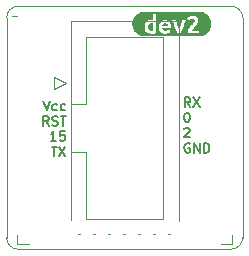
<source format=gbr>
G04 #@! TF.GenerationSoftware,KiCad,Pcbnew,6.0.10+dfsg-1~bpo11+1*
G04 #@! TF.ProjectId,project,70726f6a-6563-4742-9e6b-696361645f70,rev?*
G04 #@! TF.SameCoordinates,Original*
G04 #@! TF.FileFunction,Legend,Top*
G04 #@! TF.FilePolarity,Positive*
%FSLAX46Y46*%
G04 Gerber Fmt 4.6, Leading zero omitted, Abs format (unit mm)*
%MOMM*%
%LPD*%
G01*
G04 APERTURE LIST*
G04 #@! TA.AperFunction,Profile*
%ADD10C,0.100000*%
G04 #@! TD*
%ADD11C,0.150000*%
%ADD12C,0.120000*%
%ADD13C,2.100000*%
%ADD14O,2.000000X1.000000*%
%ADD15O,1.000000X2.000000*%
%ADD16C,1.700000*%
G04 APERTURE END LIST*
D10*
X163500000Y-107400000D02*
G75*
G03*
X162500000Y-108400000I0J-1000000D01*
G01*
X163500000Y-127985393D02*
X181500000Y-127985393D01*
X182500000Y-126992500D02*
X182500000Y-108400000D01*
X162500000Y-108400000D02*
X162500000Y-126992500D01*
X162499907Y-126992500D02*
G75*
G03*
X163500000Y-127985393I996493J3600D01*
G01*
X182500000Y-108400000D02*
G75*
G03*
X181500000Y-107400000I-1000000J0D01*
G01*
X181500000Y-127985300D02*
G75*
G03*
X182500000Y-126992500I3600J996400D01*
G01*
X181500000Y-107400000D02*
X163500000Y-107400000D01*
D11*
X165621547Y-115422404D02*
X165888214Y-116222404D01*
X166154880Y-115422404D01*
X166764404Y-116184309D02*
X166688214Y-116222404D01*
X166535833Y-116222404D01*
X166459642Y-116184309D01*
X166421547Y-116146214D01*
X166383452Y-116070023D01*
X166383452Y-115841452D01*
X166421547Y-115765261D01*
X166459642Y-115727166D01*
X166535833Y-115689071D01*
X166688214Y-115689071D01*
X166764404Y-115727166D01*
X167450119Y-116184309D02*
X167373928Y-116222404D01*
X167221547Y-116222404D01*
X167145357Y-116184309D01*
X167107261Y-116146214D01*
X167069166Y-116070023D01*
X167069166Y-115841452D01*
X167107261Y-115765261D01*
X167145357Y-115727166D01*
X167221547Y-115689071D01*
X167373928Y-115689071D01*
X167450119Y-115727166D01*
X166078690Y-117510404D02*
X165812023Y-117129452D01*
X165621547Y-117510404D02*
X165621547Y-116710404D01*
X165926309Y-116710404D01*
X166002500Y-116748500D01*
X166040595Y-116786595D01*
X166078690Y-116862785D01*
X166078690Y-116977071D01*
X166040595Y-117053261D01*
X166002500Y-117091357D01*
X165926309Y-117129452D01*
X165621547Y-117129452D01*
X166383452Y-117472309D02*
X166497738Y-117510404D01*
X166688214Y-117510404D01*
X166764404Y-117472309D01*
X166802500Y-117434214D01*
X166840595Y-117358023D01*
X166840595Y-117281833D01*
X166802500Y-117205642D01*
X166764404Y-117167547D01*
X166688214Y-117129452D01*
X166535833Y-117091357D01*
X166459642Y-117053261D01*
X166421547Y-117015166D01*
X166383452Y-116938976D01*
X166383452Y-116862785D01*
X166421547Y-116786595D01*
X166459642Y-116748500D01*
X166535833Y-116710404D01*
X166726309Y-116710404D01*
X166840595Y-116748500D01*
X167069166Y-116710404D02*
X167526309Y-116710404D01*
X167297738Y-117510404D02*
X167297738Y-116710404D01*
X166688214Y-118798404D02*
X166231071Y-118798404D01*
X166459642Y-118798404D02*
X166459642Y-117998404D01*
X166383452Y-118112690D01*
X166307261Y-118188880D01*
X166231071Y-118226976D01*
X167412023Y-117998404D02*
X167031071Y-117998404D01*
X166992976Y-118379357D01*
X167031071Y-118341261D01*
X167107261Y-118303166D01*
X167297738Y-118303166D01*
X167373928Y-118341261D01*
X167412023Y-118379357D01*
X167450119Y-118455547D01*
X167450119Y-118646023D01*
X167412023Y-118722214D01*
X167373928Y-118760309D01*
X167297738Y-118798404D01*
X167107261Y-118798404D01*
X167031071Y-118760309D01*
X166992976Y-118722214D01*
X166307261Y-119286404D02*
X166764404Y-119286404D01*
X166535833Y-120086404D02*
X166535833Y-119286404D01*
X166954880Y-119286404D02*
X167488214Y-120086404D01*
X167488214Y-119286404D02*
X166954880Y-120086404D01*
X178045119Y-115929904D02*
X177778452Y-115548952D01*
X177587976Y-115929904D02*
X177587976Y-115129904D01*
X177892738Y-115129904D01*
X177968928Y-115168000D01*
X178007023Y-115206095D01*
X178045119Y-115282285D01*
X178045119Y-115396571D01*
X178007023Y-115472761D01*
X177968928Y-115510857D01*
X177892738Y-115548952D01*
X177587976Y-115548952D01*
X178311785Y-115129904D02*
X178845119Y-115929904D01*
X178845119Y-115129904D02*
X178311785Y-115929904D01*
X177740357Y-116417904D02*
X177816547Y-116417904D01*
X177892738Y-116456000D01*
X177930833Y-116494095D01*
X177968928Y-116570285D01*
X178007023Y-116722666D01*
X178007023Y-116913142D01*
X177968928Y-117065523D01*
X177930833Y-117141714D01*
X177892738Y-117179809D01*
X177816547Y-117217904D01*
X177740357Y-117217904D01*
X177664166Y-117179809D01*
X177626071Y-117141714D01*
X177587976Y-117065523D01*
X177549880Y-116913142D01*
X177549880Y-116722666D01*
X177587976Y-116570285D01*
X177626071Y-116494095D01*
X177664166Y-116456000D01*
X177740357Y-116417904D01*
X177549880Y-117782095D02*
X177587976Y-117744000D01*
X177664166Y-117705904D01*
X177854642Y-117705904D01*
X177930833Y-117744000D01*
X177968928Y-117782095D01*
X178007023Y-117858285D01*
X178007023Y-117934476D01*
X177968928Y-118048761D01*
X177511785Y-118505904D01*
X178007023Y-118505904D01*
X178007023Y-119032000D02*
X177930833Y-118993904D01*
X177816547Y-118993904D01*
X177702261Y-119032000D01*
X177626071Y-119108190D01*
X177587976Y-119184380D01*
X177549880Y-119336761D01*
X177549880Y-119451047D01*
X177587976Y-119603428D01*
X177626071Y-119679619D01*
X177702261Y-119755809D01*
X177816547Y-119793904D01*
X177892738Y-119793904D01*
X178007023Y-119755809D01*
X178045119Y-119717714D01*
X178045119Y-119451047D01*
X177892738Y-119451047D01*
X178387976Y-119793904D02*
X178387976Y-118993904D01*
X178845119Y-119793904D01*
X178845119Y-118993904D01*
X179226071Y-119793904D02*
X179226071Y-118993904D01*
X179416547Y-118993904D01*
X179530833Y-119032000D01*
X179607023Y-119108190D01*
X179645119Y-119184380D01*
X179683214Y-119336761D01*
X179683214Y-119451047D01*
X179645119Y-119603428D01*
X179607023Y-119679619D01*
X179530833Y-119755809D01*
X179416547Y-119793904D01*
X179226071Y-119793904D01*
D12*
X163380000Y-108247500D02*
X163000000Y-108247500D01*
X163380000Y-127572500D02*
X164380000Y-127572500D01*
X181620000Y-127572500D02*
X180620000Y-127572500D01*
X181620000Y-126792500D02*
X181620000Y-127572500D01*
X163380000Y-126792500D02*
X163380000Y-127572500D01*
G36*
X174785500Y-108828206D02*
G01*
X174861700Y-108860353D01*
X174861700Y-109469953D01*
X174797406Y-109477097D01*
X174730731Y-109479478D01*
X174623873Y-109455666D01*
X174550947Y-109384228D01*
X174508977Y-109275286D01*
X174494987Y-109138959D01*
X174506894Y-109000252D01*
X174542612Y-108898453D01*
X174604525Y-108835945D01*
X174695012Y-108815109D01*
X174785500Y-108828206D01*
G37*
G36*
X174095408Y-109925331D02*
G01*
X173994663Y-109910387D01*
X173895867Y-109885640D01*
X173799973Y-109851328D01*
X173707904Y-109807783D01*
X173620546Y-109755423D01*
X173538742Y-109694752D01*
X173463278Y-109626355D01*
X173394881Y-109550891D01*
X173334210Y-109469086D01*
X173281850Y-109381729D01*
X173238305Y-109289660D01*
X173203993Y-109193766D01*
X173193844Y-109153247D01*
X174197331Y-109153247D01*
X174212280Y-109319934D01*
X174257127Y-109461222D01*
X174331872Y-109577109D01*
X174435721Y-109663099D01*
X174567880Y-109714693D01*
X174728350Y-109731891D01*
X174841459Y-109727723D01*
X174956950Y-109715222D01*
X175064702Y-109696172D01*
X175154594Y-109672359D01*
X175154594Y-109155628D01*
X175395100Y-109155628D01*
X175405816Y-109289573D01*
X175437962Y-109405659D01*
X175490052Y-109504184D01*
X175560597Y-109585444D01*
X175648703Y-109649142D01*
X175753478Y-109694981D01*
X175874029Y-109722663D01*
X176009462Y-109731891D01*
X176202344Y-109714031D01*
X176364269Y-109669978D01*
X176323787Y-109419947D01*
X176189247Y-109458047D01*
X176021369Y-109477097D01*
X175891591Y-109461321D01*
X175788006Y-109413994D01*
X175720141Y-109339282D01*
X175697519Y-109241353D01*
X176423800Y-109241353D01*
X176427372Y-109191347D01*
X176428562Y-109131816D01*
X176414275Y-108959440D01*
X176371412Y-108816961D01*
X176299975Y-108704381D01*
X176201021Y-108623022D01*
X176107216Y-108586509D01*
X176545244Y-108586509D01*
X176595920Y-108752229D01*
X176647935Y-108911252D01*
X176701290Y-109063578D01*
X176755984Y-109209206D01*
X176829406Y-109390843D01*
X176902034Y-109556340D01*
X176973869Y-109705697D01*
X177219137Y-109705697D01*
X177292162Y-109556340D01*
X177368362Y-109390843D01*
X177447737Y-109209206D01*
X177507120Y-109063578D01*
X177563823Y-108911252D01*
X177617848Y-108752229D01*
X177669194Y-108586509D01*
X177371537Y-108586509D01*
X177346832Y-108679973D01*
X177315578Y-108779391D01*
X177280455Y-108882082D01*
X177244141Y-108985369D01*
X177206934Y-109087465D01*
X177169131Y-109186584D01*
X177100075Y-109365178D01*
X177034591Y-109186584D01*
X177000360Y-109087465D01*
X176966725Y-108985369D01*
X176934280Y-108882082D01*
X176903622Y-108779391D01*
X176875940Y-108679973D01*
X176852425Y-108586509D01*
X176545244Y-108586509D01*
X176107216Y-108586509D01*
X176075608Y-108574206D01*
X175923737Y-108557934D01*
X175824916Y-108567459D01*
X175728475Y-108596034D01*
X175638583Y-108643362D01*
X175559406Y-108709144D01*
X175492731Y-108793380D01*
X175440344Y-108896072D01*
X175406411Y-109016920D01*
X175395100Y-109155628D01*
X175154594Y-109155628D01*
X175154594Y-108393628D01*
X177804925Y-108393628D01*
X177950181Y-108598416D01*
X178100200Y-108486497D01*
X178245456Y-108453159D01*
X178383569Y-108501975D01*
X178438337Y-108641278D01*
X178394284Y-108767484D01*
X178282366Y-108896072D01*
X178212119Y-108964235D01*
X178137109Y-109035375D01*
X178062100Y-109110980D01*
X177991853Y-109192537D01*
X177929941Y-109280941D01*
X177879934Y-109377084D01*
X177846895Y-109481859D01*
X177835881Y-109596159D01*
X177834691Y-109646166D01*
X177840644Y-109705697D01*
X178802669Y-109705697D01*
X178802669Y-109462809D01*
X178169256Y-109462809D01*
X178194259Y-109384228D01*
X178254981Y-109299694D01*
X178331181Y-109218731D01*
X178402619Y-109150866D01*
X178524062Y-109031803D01*
X178631219Y-108903216D01*
X178707419Y-108766294D01*
X178735994Y-108619847D01*
X178697894Y-108435300D01*
X178595500Y-108303141D01*
X178447862Y-108224559D01*
X178274031Y-108198366D01*
X178149909Y-108210272D01*
X178025191Y-108245991D01*
X177907616Y-108306712D01*
X177804925Y-108393628D01*
X175154594Y-108393628D01*
X175154594Y-108053109D01*
X174861700Y-108103116D01*
X174861700Y-108612703D01*
X174761687Y-108575794D01*
X174645006Y-108562697D01*
X174509407Y-108580292D01*
X174397885Y-108633076D01*
X174310441Y-108721050D01*
X174247602Y-108839451D01*
X174209899Y-108983517D01*
X174197331Y-109153247D01*
X173193844Y-109153247D01*
X173179246Y-109094970D01*
X173164302Y-108994225D01*
X173159305Y-108892500D01*
X173164302Y-108790775D01*
X173179246Y-108690030D01*
X173203993Y-108591234D01*
X173238305Y-108495340D01*
X173281850Y-108403271D01*
X173334210Y-108315914D01*
X173394881Y-108234109D01*
X173463278Y-108158645D01*
X173538742Y-108090248D01*
X173620546Y-108029577D01*
X173707904Y-107977217D01*
X173799973Y-107933672D01*
X173895867Y-107899360D01*
X173994663Y-107874613D01*
X174095408Y-107859669D01*
X174197133Y-107854672D01*
X178802867Y-107854672D01*
X178904592Y-107859669D01*
X179005337Y-107874613D01*
X179104133Y-107899360D01*
X179200027Y-107933672D01*
X179292096Y-107977217D01*
X179379454Y-108029577D01*
X179461258Y-108090248D01*
X179536722Y-108158645D01*
X179605119Y-108234109D01*
X179665790Y-108315914D01*
X179718150Y-108403271D01*
X179761695Y-108495340D01*
X179796007Y-108591234D01*
X179820754Y-108690030D01*
X179835698Y-108790775D01*
X179840695Y-108892500D01*
X179835698Y-108994225D01*
X179820754Y-109094970D01*
X179796007Y-109193766D01*
X179761695Y-109289660D01*
X179718150Y-109381729D01*
X179665790Y-109469086D01*
X179605119Y-109550891D01*
X179536722Y-109626355D01*
X179461258Y-109694752D01*
X179379454Y-109755423D01*
X179292096Y-109807783D01*
X179200027Y-109851328D01*
X179104133Y-109885640D01*
X179005337Y-109910387D01*
X178904592Y-109925331D01*
X178802867Y-109930328D01*
X174197133Y-109930328D01*
X174095408Y-109925331D01*
G37*
G36*
X176028512Y-108823444D02*
G01*
X176095187Y-108877022D01*
X176133287Y-108952031D01*
X176145194Y-109038947D01*
X175697519Y-109038947D01*
X175717759Y-108950841D01*
X175760622Y-108874641D01*
X175829678Y-108822253D01*
X175928500Y-108803203D01*
X176028512Y-108823444D01*
G37*
X175750000Y-125412500D02*
X169250000Y-125412500D01*
X169250000Y-109972500D02*
X175750000Y-109972500D01*
X166550000Y-114382500D02*
X167550000Y-113882500D01*
X169250000Y-115642500D02*
X169250000Y-109972500D01*
X167940000Y-126712500D02*
X167940000Y-108672500D01*
X175750000Y-109972500D02*
X175750000Y-125412500D01*
X169250000Y-125412500D02*
X169250000Y-119742500D01*
X177060000Y-126712500D02*
X167940000Y-126712500D01*
X167550000Y-113882500D02*
X166550000Y-113382500D01*
X167940000Y-108672500D02*
X177060000Y-108672500D01*
X167940000Y-115642500D02*
X169250000Y-115642500D01*
X169250000Y-119742500D02*
X169250000Y-119742500D01*
X169250000Y-119742500D02*
X167940000Y-119742500D01*
X166550000Y-113382500D02*
X166550000Y-114382500D01*
X177060000Y-108672500D02*
X177060000Y-126712500D01*
%LPC*%
D13*
X178500000Y-123692500D03*
D14*
X164150000Y-109442500D03*
X164150000Y-110712500D03*
X164150000Y-111982500D03*
X164150000Y-113252500D03*
X164150000Y-114522500D03*
X164150000Y-115792500D03*
X164150000Y-117062500D03*
X164150000Y-118332500D03*
X164150000Y-119602500D03*
X164150000Y-120872500D03*
X164150000Y-122142500D03*
X164150000Y-123412500D03*
X164150000Y-124682500D03*
X164150000Y-125952500D03*
D15*
X166790000Y-126572500D03*
X168060000Y-126572500D03*
X169330000Y-126572500D03*
X170600000Y-126572500D03*
X171870000Y-126572500D03*
X173140000Y-126572500D03*
X174410000Y-126572500D03*
X175680000Y-126572500D03*
X176950000Y-126572500D03*
X178220000Y-126572500D03*
D14*
X180850000Y-125952500D03*
X180850000Y-124682500D03*
X180850000Y-123412500D03*
X180850000Y-122142500D03*
X180850000Y-120872500D03*
X180850000Y-119602500D03*
X180850000Y-118332500D03*
X180850000Y-117062500D03*
X180850000Y-115792500D03*
X180850000Y-114522500D03*
X180850000Y-113252500D03*
X180850000Y-111982500D03*
X180850000Y-110712500D03*
X180850000Y-109442500D03*
D13*
X166500000Y-123692500D03*
X178500000Y-111692500D03*
X166500000Y-111692500D03*
G36*
G01*
X170380000Y-114482500D02*
X170380000Y-113282500D01*
G75*
G02*
X170630000Y-113032500I250000J0D01*
G01*
X171830000Y-113032500D01*
G75*
G02*
X172080000Y-113282500I0J-250000D01*
G01*
X172080000Y-114482500D01*
G75*
G02*
X171830000Y-114732500I-250000J0D01*
G01*
X170630000Y-114732500D01*
G75*
G02*
X170380000Y-114482500I0J250000D01*
G01*
G37*
D16*
X173770000Y-113882500D03*
X171230000Y-116422500D03*
X173770000Y-116422500D03*
X171230000Y-118962500D03*
X173770000Y-118962500D03*
X171230000Y-121502500D03*
X173770000Y-121502500D03*
M02*

</source>
